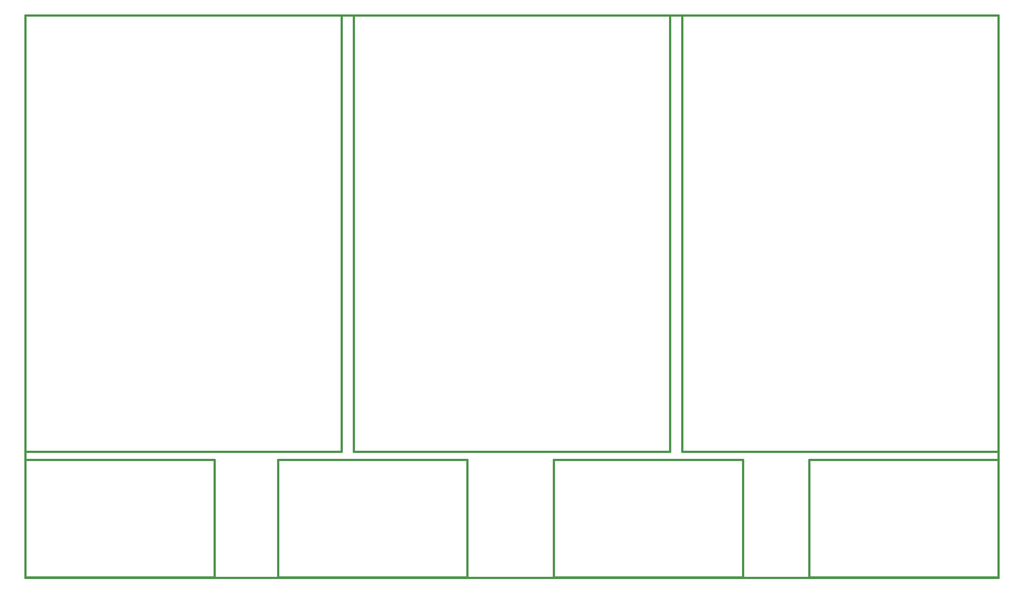
<source format=gbr>
G04 (created by PCBNEW-RS274X (2011-07-08)-stable) date Thu 21 Jul 2011 05:41:28 PM EDT*
G01*
G70*
G90*
%MOIN*%
G04 Gerber Fmt 3.4, Leading zero omitted, Abs format*
%FSLAX34Y34*%
G04 APERTURE LIST*
%ADD10C,0.006000*%
%ADD11C,0.015000*%
G04 APERTURE END LIST*
G54D10*
G54D11*
X21500Y-15300D02*
X21500Y-56960D01*
X21500Y-56960D02*
X93500Y-56960D01*
X93500Y-15400D02*
X93500Y-56960D01*
X21500Y-15300D02*
X93500Y-15300D01*
X44900Y-47600D02*
X44900Y-15300D01*
X21500Y-47600D02*
X44900Y-47600D01*
X21500Y-15300D02*
X44900Y-15300D01*
X21500Y-46800D02*
X21500Y-47600D01*
X21500Y-15300D02*
X21500Y-46800D01*
X93500Y-47600D02*
X93500Y-15300D01*
X70100Y-47600D02*
X93500Y-47600D01*
X70100Y-15300D02*
X93500Y-15300D01*
X70100Y-46800D02*
X70100Y-47600D01*
X70100Y-15300D02*
X70100Y-46800D01*
X69200Y-47600D02*
X69200Y-15300D01*
X45800Y-47600D02*
X69200Y-47600D01*
X45800Y-15300D02*
X69200Y-15300D01*
X45800Y-46800D02*
X45800Y-47600D01*
X45800Y-15300D02*
X45800Y-46800D01*
X21500Y-48200D02*
X21600Y-48200D01*
X21500Y-56900D02*
X21500Y-48200D01*
X21600Y-56900D02*
X21500Y-56900D01*
X35500Y-56900D02*
X21600Y-56900D01*
X35500Y-48200D02*
X35500Y-56900D01*
X21600Y-48200D02*
X35500Y-48200D01*
X79500Y-48200D02*
X79600Y-48200D01*
X79500Y-56900D02*
X79500Y-48200D01*
X79600Y-56900D02*
X79500Y-56900D01*
X93500Y-56900D02*
X79600Y-56900D01*
X93500Y-48200D02*
X93500Y-56900D01*
X79600Y-48200D02*
X93500Y-48200D01*
X60600Y-48200D02*
X60700Y-48200D01*
X60600Y-56900D02*
X60600Y-48200D01*
X60700Y-56900D02*
X60600Y-56900D01*
X74600Y-56900D02*
X60700Y-56900D01*
X74600Y-48200D02*
X74600Y-56900D01*
X60700Y-48200D02*
X74600Y-48200D01*
X40200Y-48200D02*
X40300Y-48200D01*
X40200Y-56900D02*
X40200Y-48200D01*
X40300Y-56900D02*
X40200Y-56900D01*
X54200Y-56900D02*
X40300Y-56900D01*
X54200Y-48200D02*
X54200Y-56900D01*
X40300Y-48200D02*
X54200Y-48200D01*
M02*

</source>
